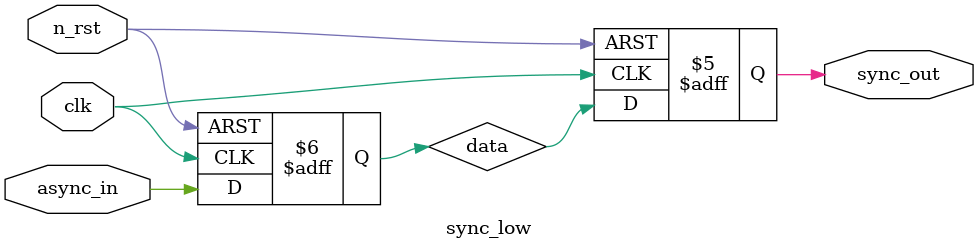
<source format=sv>
module sync_low(input wire clk, n_rst, async_in, output reg sync_out);

reg data;

always_ff @ (negedge n_rst, posedge clk) 
begin : REG_LOGIC1
   if(1'b0 == n_rst) begin
     data <= 1'b0;
   end
   else begin
     data <= async_in;
   end 
end

always_ff @ (negedge n_rst, posedge clk)
begin : REG_LOGIC2
    if(1'b0 == n_rst) begin
      sync_out <= 1'b0;
    end
    else begin
       sync_out <= data;
    end
end

endmodule

</source>
